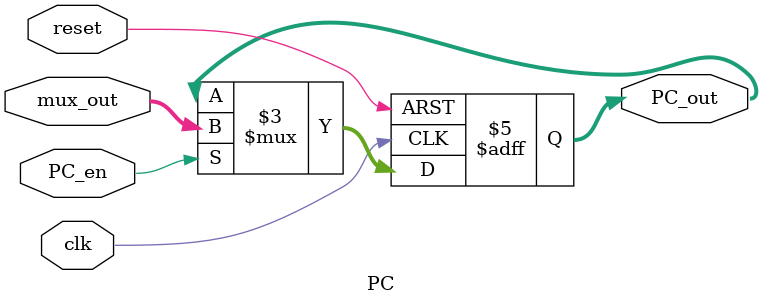
<source format=v>
module PC(
input clk, PC_en, reset,
input [7:0] mux_out,
output reg [7:0] PC_out
    );
 initial PC_out = 8'b0;
 
 always @(posedge clk, posedge reset) begin
  if (reset)
   PC_out <= 8'hff;
  else
   if(PC_en) PC_out <= mux_out; //takes input only when enable is triggered and directs to read the instruction
 
 end 
endmodule

</source>
